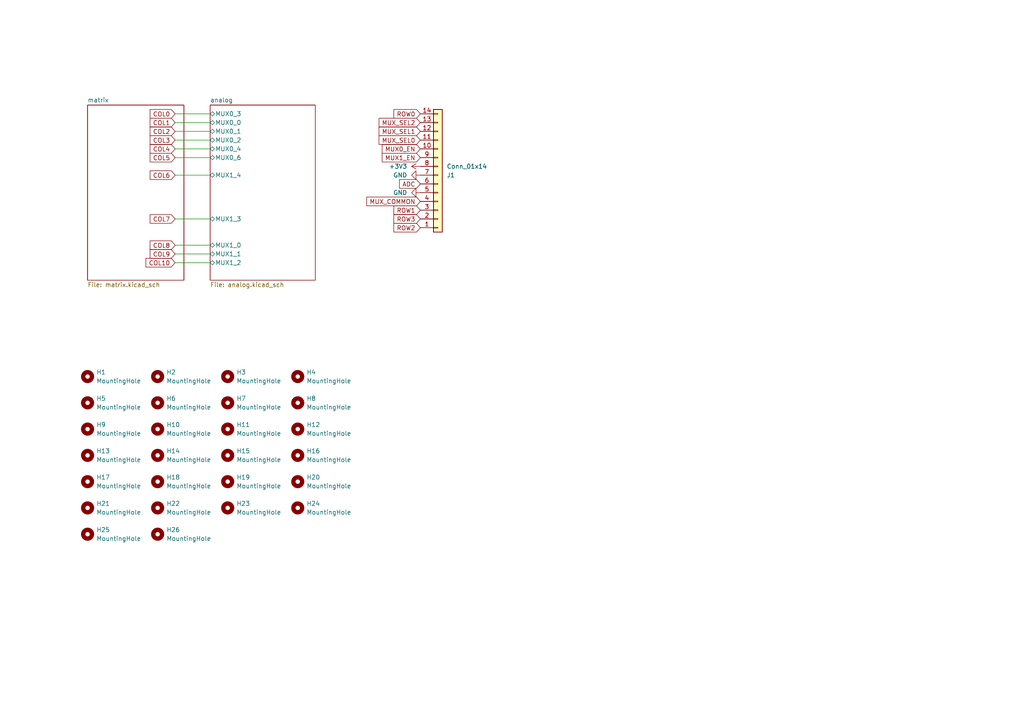
<source format=kicad_sch>
(kicad_sch (version 20230121) (generator eeschema)
  (paper "A4")
  (lib_symbols
    (symbol "Connector_Generic:Conn_01x14" (pin_names (offset 1.016) hide)
      (property "Reference" "J" (at 0 17.78 0))
      (property "Value" "Conn_01x14" (at 0 -20.32 0))
      (symbol "Conn_01x14_1_1"
        (rectangle (start -1.27 -17.653) (end 0 -17.907) (stroke (width 0.1524)))
        (rectangle (start -1.27 -15.113) (end 0 -15.367) (stroke (width 0.1524)))
        (rectangle (start -1.27 -12.573) (end 0 -12.827) (stroke (width 0.1524)))
        (rectangle (start -1.27 -10.033) (end 0 -10.287) (stroke (width 0.1524)))
        (rectangle (start -1.27 -7.493) (end 0 -7.747) (stroke (width 0.1524)))
        (rectangle (start -1.27 -4.953) (end 0 -5.207) (stroke (width 0.1524)))
        (rectangle (start -1.27 -2.413) (end 0 -2.667) (stroke (width 0.1524)))
        (rectangle (start -1.27 0.127) (end 0 -0.127) (stroke (width 0.1524)))
        (rectangle (start -1.27 2.667) (end 0 2.413) (stroke (width 0.1524)))
        (rectangle (start -1.27 5.207) (end 0 4.953) (stroke (width 0.1524)))
        (rectangle (start -1.27 7.747) (end 0 7.493) (stroke (width 0.1524)))
        (rectangle (start -1.27 10.287) (end 0 10.033) (stroke (width 0.1524)))
        (rectangle (start -1.27 12.827) (end 0 12.573) (stroke (width 0.1524)))
        (rectangle (start -1.27 15.367) (end 0 15.113) (stroke (width 0.1524)))
        (rectangle (start -1.27 16.51) (end 1.27 -19.05) (stroke (width 0.254)) (fill (type background)))
        (pin passive line (at -5.08 15.24 0) (length 3.81) (name "Pin_1") (number "1"))
        (pin passive line (at -5.08 -7.62 0) (length 3.81) (name "Pin_10") (number "10"))
        (pin passive line (at -5.08 -10.16 0) (length 3.81) (name "Pin_11") (number "11"))
        (pin passive line (at -5.08 -12.7 0) (length 3.81) (name "Pin_12") (number "12"))
        (pin passive line (at -5.08 -15.24 0) (length 3.81) (name "Pin_13") (number "13"))
        (pin passive line (at -5.08 -17.78 0) (length 3.81) (name "Pin_14") (number "14"))
        (pin passive line (at -5.08 12.7 0) (length 3.81) (name "Pin_2") (number "2"))
        (pin passive line (at -5.08 10.16 0) (length 3.81) (name "Pin_3") (number "3"))
        (pin passive line (at -5.08 7.62 0) (length 3.81) (name "Pin_4") (number "4"))
        (pin passive line (at -5.08 5.08 0) (length 3.81) (name "Pin_5") (number "5"))
        (pin passive line (at -5.08 2.54 0) (length 3.81) (name "Pin_6") (number "6"))
        (pin passive line (at -5.08 0 0) (length 3.81) (name "Pin_7") (number "7"))
        (pin passive line (at -5.08 -2.54 0) (length 3.81) (name "Pin_8") (number "8"))
        (pin passive line (at -5.08 -5.08 0) (length 3.81) (name "Pin_9") (number "9"))
      )
    )
    (symbol "Mechanical:MountingHole" (pin_names (offset 1.016))
      (property "Reference" "H" (at 0 5.08 0))
      (property "Value" "MountingHole" (at 0 3.175 0))
      (symbol "MountingHole_0_1"
        (circle (center 0 0) (radius 1.27) (stroke (width 1.27)))
      )
    )
    (symbol "power:+3V3" (power) (pin_names (offset 0))
      (property "Value" "+3V3" (at 0 3.556 0))
      (symbol "+3V3_0_1"
        (polyline (pts (xy -0.762 1.27) (xy 0 2.54)))
        (polyline (pts (xy 0 0) (xy 0 2.54)))
        (polyline (pts (xy 0 2.54) (xy 0.762 1.27)))
      )
      (symbol "+3V3_1_1"
        (pin power_in line (at 0 0 90) (length 0) hide (name "+3V3") (number "1"))
      )
    )
    (symbol "power:GND" (power) (pin_names (offset 0))
      (property "Value" "GND" (at 0 -3.81 0))
      (symbol "GND_0_1"
        (polyline (pts (xy 0 0) (xy 0 -1.27) (xy 1.27 -1.27) (xy 0 -2.54) (xy -1.27 -1.27) (xy 0 -1.27)))
      )
      (symbol "GND_1_1"
        (pin power_in line (at 0 0 270) (length 0) hide (name "GND") (number "1"))
      )
    )
  )
  (wire (pts (xy 50.8 76.2) (xy 60.96 76.2)))
  (wire (pts (xy 50.8 38.1) (xy 60.96 38.1)))
  (wire (pts (xy 50.8 35.56) (xy 60.96 35.56)))
  (wire (pts (xy 50.8 73.66) (xy 60.96 73.66)))
  (wire (pts (xy 50.8 63.5) (xy 60.96 63.5)))
  (wire (pts (xy 50.8 45.72) (xy 60.96 45.72)))
  (wire (pts (xy 50.8 71.12) (xy 60.96 71.12)))
  (wire (pts (xy 50.8 40.64) (xy 60.96 40.64)))
  (wire (pts (xy 50.8 50.8) (xy 60.96 50.8)))
  (wire (pts (xy 50.8 43.18) (xy 60.96 43.18)))
  (wire (pts (xy 50.8 33.02) (xy 60.96 33.02)))
  (global_label "ADC" (shape input) (at 121.92 53.34 180) (property "Intersheetrefs" "${INTERSHEET_REFS}" (effects hide)))
  (global_label "ROW2" (shape input) (at 121.92 66.04 180) (property "Intersheetrefs" "${INTERSHEET_REFS}" (effects hide)))
  (global_label "COL1" (shape input) (at 50.8 35.56 180) (property "Intersheetrefs" "${INTERSHEET_REFS}" (effects hide)))
  (global_label "MUX_SEL1" (shape input) (at 121.92 38.1 180) (property "Intersheetrefs" "${INTERSHEET_REFS}" (effects hide)))
  (global_label "COL2" (shape input) (at 50.8 38.1 180) (property "Intersheetrefs" "${INTERSHEET_REFS}" (effects hide)))
  (global_label "COL6" (shape input) (at 50.8 50.8 180) (property "Intersheetrefs" "${INTERSHEET_REFS}" (effects hide)))
  (global_label "COL5" (shape input) (at 50.8 45.72 180) (property "Intersheetrefs" "${INTERSHEET_REFS}" (effects hide)))
  (global_label "ROW1" (shape input) (at 121.92 60.96 180) (property "Intersheetrefs" "${INTERSHEET_REFS}" (effects hide)))
  (global_label "MUX0_EN" (shape input) (at 121.92 43.18 180) (property "Intersheetrefs" "${INTERSHEET_REFS}" (effects hide)))
  (global_label "ROW0" (shape input) (at 121.92 33.02 180) (property "Intersheetrefs" "${INTERSHEET_REFS}" (effects hide)))
  (global_label "MUX_SEL2" (shape input) (at 121.92 35.56 180) (property "Intersheetrefs" "${INTERSHEET_REFS}" (effects hide)))
  (global_label "COL0" (shape input) (at 50.8 33.02 180) (property "Intersheetrefs" "${INTERSHEET_REFS}" (effects hide)))
  (global_label "MUX_COMMON" (shape input) (at 121.92 58.42 180) (property "Intersheetrefs" "${INTERSHEET_REFS}" (effects hide)))
  (global_label "COL3" (shape input) (at 50.8 40.64 180) (property "Intersheetrefs" "${INTERSHEET_REFS}" (effects hide)))
  (global_label "COL4" (shape input) (at 50.8 43.18 180) (property "Intersheetrefs" "${INTERSHEET_REFS}" (effects hide)))
  (global_label "MUX1_EN" (shape input) (at 121.92 45.72 180) (property "Intersheetrefs" "${INTERSHEET_REFS}" (effects hide)))
  (global_label "COL10" (shape input) (at 50.8 76.2 180) (property "Intersheetrefs" "${INTERSHEET_REFS}" (effects hide)))
  (global_label "COL8" (shape input) (at 50.8 71.12 180) (property "Intersheetrefs" "${INTERSHEET_REFS}" (effects hide)))
  (global_label "MUX_SEL0" (shape input) (at 121.92 40.64 180) (property "Intersheetrefs" "${INTERSHEET_REFS}" (effects hide)))
  (global_label "ROW3" (shape input) (at 121.92 63.5 180) (property "Intersheetrefs" "${INTERSHEET_REFS}" (effects hide)))
  (global_label "COL9" (shape input) (at 50.8 73.66 180) (property "Intersheetrefs" "${INTERSHEET_REFS}" (effects hide)))
  (global_label "COL7" (shape input) (at 50.8 63.5 180) (property "Intersheetrefs" "${INTERSHEET_REFS}" (effects hide)))
  (symbol (lib_id "Mechanical:MountingHole") (at 86.36 109.22 0) (unit 1)
    (property "Reference" "H4" (at 88.9 107.95 0) (effects (justify left)))
    (property "Value" "MountingHole" (at 88.9 110.49 0) (effects (justify left)))
    (property "Footprint" "capacitive_sensors:MountingHole_2.2mm_M2" (effects hide))
  )
  (symbol (lib_id "Mechanical:MountingHole") (at 86.36 116.84 0) (unit 1)
    (property "Reference" "H8" (at 88.9 115.57 0) (effects (justify left)))
    (property "Value" "MountingHole" (at 88.9 118.11 0) (effects (justify left)))
    (property "Footprint" "capacitive_sensors:MountingHole_2.2mm_M2" (effects hide))
  )
  (symbol (lib_id "Mechanical:MountingHole") (at 25.4 116.84 0) (unit 1)
    (property "Reference" "H5" (at 27.94 115.57 0) (effects (justify left)))
    (property "Value" "MountingHole" (at 27.94 118.11 0) (effects (justify left)))
    (property "Footprint" "capacitive_sensors:MountingHole_2.2mm_M2" (effects hide))
  )
  (symbol (lib_id "Mechanical:MountingHole") (at 66.04 109.22 0) (unit 1)
    (property "Reference" "H3" (at 68.58 107.95 0) (effects (justify left)))
    (property "Value" "MountingHole" (at 68.58 110.49 0) (effects (justify left)))
    (property "Footprint" "capacitive_sensors:MountingHole_2.2mm_M2" (effects hide))
  )
  (symbol (lib_id "Mechanical:MountingHole") (at 86.36 139.7 0) (unit 1)
    (property "Reference" "H20" (at 88.9 138.43 0) (effects (justify left)))
    (property "Value" "MountingHole" (at 88.9 140.97 0) (effects (justify left)))
    (property "Footprint" "capacitive_sensors:MountingHole_2.2mm_M2" (effects hide))
  )
  (symbol (lib_id "Mechanical:MountingHole") (at 45.72 139.7 0) (unit 1)
    (property "Reference" "H18" (at 48.26 138.43 0) (effects (justify left)))
    (property "Value" "MountingHole" (at 48.26 140.97 0) (effects (justify left)))
    (property "Footprint" "capacitive_sensors:MountingHole_2.2mm_M2" (effects hide))
  )
  (symbol (lib_id "Mechanical:MountingHole") (at 86.36 132.08 0) (unit 1)
    (property "Reference" "H16" (at 88.9 130.81 0) (effects (justify left)))
    (property "Value" "MountingHole" (at 88.9 133.35 0) (effects (justify left)))
    (property "Footprint" "capacitive_sensors:MountingHole_2.2mm_M2" (effects hide))
  )
  (symbol (lib_id "Mechanical:MountingHole") (at 45.72 124.46 0) (unit 1)
    (property "Reference" "H10" (at 48.26 123.19 0) (effects (justify left)))
    (property "Value" "MountingHole" (at 48.26 125.73 0) (effects (justify left)))
    (property "Footprint" "capacitive_sensors:MountingHole_2.2mm_M2" (effects hide))
  )
  (symbol (lib_id "Mechanical:MountingHole") (at 25.4 132.08 0) (unit 1)
    (property "Reference" "H13" (at 27.94 130.81 0) (effects (justify left)))
    (property "Value" "MountingHole" (at 27.94 133.35 0) (effects (justify left)))
    (property "Footprint" "capacitive_sensors:MountingHole_2.2mm_M2" (effects hide))
  )
  (symbol (lib_id "Mechanical:MountingHole") (at 66.04 116.84 0) (unit 1)
    (property "Reference" "H7" (at 68.58 115.57 0) (effects (justify left)))
    (property "Value" "MountingHole" (at 68.58 118.11 0) (effects (justify left)))
    (property "Footprint" "capacitive_sensors:MountingHole_2.2mm_M2" (effects hide))
  )
  (symbol (lib_id "Mechanical:MountingHole") (at 86.36 124.46 0) (unit 1)
    (property "Reference" "H12" (at 88.9 123.19 0) (effects (justify left)))
    (property "Value" "MountingHole" (at 88.9 125.73 0) (effects (justify left)))
    (property "Footprint" "capacitive_sensors:MountingHole_2.2mm_M2" (effects hide))
  )
  (symbol (lib_id "Mechanical:MountingHole") (at 45.72 132.08 0) (unit 1)
    (property "Reference" "H14" (at 48.26 130.81 0) (effects (justify left)))
    (property "Value" "MountingHole" (at 48.26 133.35 0) (effects (justify left)))
    (property "Footprint" "capacitive_sensors:MountingHole_2.2mm_M2" (effects hide))
  )
  (symbol (lib_id "power:GND") (at 121.92 50.8 270) (unit 1)
    (property "Reference" "#PWR018" (effects hide))
    (property "Value" "GND" (at 118.11 50.8 90) (effects (justify right)))
  )
  (symbol (lib_id "Mechanical:MountingHole") (at 66.04 124.46 0) (unit 1)
    (property "Reference" "H11" (at 68.58 123.19 0) (effects (justify left)))
    (property "Value" "MountingHole" (at 68.58 125.73 0) (effects (justify left)))
    (property "Footprint" "capacitive_sensors:MountingHole_2.2mm_M2" (effects hide))
  )
  (symbol (lib_id "power:GND") (at 121.92 55.88 270) (unit 1)
    (property "Reference" "#PWR019" (effects hide))
    (property "Value" "GND" (at 118.11 55.88 90) (effects (justify right)))
  )
  (symbol (lib_id "Mechanical:MountingHole") (at 25.4 139.7 0) (unit 1)
    (property "Reference" "H17" (at 27.94 138.43 0) (effects (justify left)))
    (property "Value" "MountingHole" (at 27.94 140.97 0) (effects (justify left)))
    (property "Footprint" "capacitive_sensors:MountingHole_2.2mm_M2" (effects hide))
  )
  (symbol (lib_id "power:+3V3") (at 121.92 48.26 90) (unit 1)
    (property "Reference" "#PWR017" (effects hide))
    (property "Value" "+3V3" (at 118.11 48.26 90) (effects (justify left)))
  )
  (symbol (lib_id "Mechanical:MountingHole") (at 86.36 147.32 0) (unit 1)
    (property "Reference" "H24" (at 88.9 146.05 0) (effects (justify left)))
    (property "Value" "MountingHole" (at 88.9 148.59 0) (effects (justify left)))
    (property "Footprint" "capacitive_sensors:MountingHole_2.2mm_M2" (effects hide))
  )
  (symbol (lib_id "Mechanical:MountingHole") (at 25.4 147.32 0) (unit 1)
    (property "Reference" "H21" (at 27.94 146.05 0) (effects (justify left)))
    (property "Value" "MountingHole" (at 27.94 148.59 0) (effects (justify left)))
    (property "Footprint" "capacitive_sensors:MountingHole_2.2mm_M2" (effects hide))
  )
  (symbol (lib_id "Mechanical:MountingHole") (at 25.4 124.46 0) (unit 1)
    (property "Reference" "H9" (at 27.94 123.19 0) (effects (justify left)))
    (property "Value" "MountingHole" (at 27.94 125.73 0) (effects (justify left)))
    (property "Footprint" "capacitive_sensors:MountingHole_2.2mm_M2" (effects hide))
  )
  (symbol (lib_id "Mechanical:MountingHole") (at 45.72 109.22 0) (unit 1)
    (property "Reference" "H2" (at 48.26 107.95 0) (effects (justify left)))
    (property "Value" "MountingHole" (at 48.26 110.49 0) (effects (justify left)))
    (property "Footprint" "capacitive_sensors:MountingHole_2.2mm_M2" (effects hide))
  )
  (symbol (lib_id "Mechanical:MountingHole") (at 45.72 116.84 0) (unit 1)
    (property "Reference" "H6" (at 48.26 115.57 0) (effects (justify left)))
    (property "Value" "MountingHole" (at 48.26 118.11 0) (effects (justify left)))
    (property "Footprint" "capacitive_sensors:MountingHole_2.2mm_M2" (effects hide))
  )
  (symbol (lib_id "Mechanical:MountingHole") (at 45.72 154.94 0) (unit 1)
    (property "Reference" "H26" (at 48.26 153.67 0) (effects (justify left)))
    (property "Value" "MountingHole" (at 48.26 156.21 0) (effects (justify left)))
    (property "Footprint" "capacitive_sensors:MountingHole_2.2mm_M2" (effects hide))
  )
  (symbol (lib_id "Connector_Generic:Conn_01x14") (at 127 50.8 0) (mirror x) (unit 1)
    (property "Reference" "J1" (at 129.54 50.8 0) (effects (justify left)))
    (property "Value" "Conn_01x14" (at 129.54 48.26 0) (effects (justify left)))
    (property "Footprint" "Connector_FFC-FPC:Hirose_FH12-14S-0.5SH_1x14-1MP_P0.50mm_Horizontal" (effects hide))
  )
  (symbol (lib_id "Mechanical:MountingHole") (at 25.4 154.94 0) (unit 1)
    (property "Reference" "H25" (at 27.94 153.67 0) (effects (justify left)))
    (property "Value" "MountingHole" (at 27.94 156.21 0) (effects (justify left)))
    (property "Footprint" "capacitive_sensors:MountingHole_2.2mm_M2" (effects hide))
  )
  (symbol (lib_id "Mechanical:MountingHole") (at 66.04 132.08 0) (unit 1)
    (property "Reference" "H15" (at 68.58 130.81 0) (effects (justify left)))
    (property "Value" "MountingHole" (at 68.58 133.35 0) (effects (justify left)))
    (property "Footprint" "capacitive_sensors:MountingHole_2.2mm_M2" (effects hide))
  )
  (symbol (lib_id "Mechanical:MountingHole") (at 25.4 109.22 0) (unit 1)
    (property "Reference" "H1" (at 27.94 107.95 0) (effects (justify left)))
    (property "Value" "MountingHole" (at 27.94 110.49 0) (effects (justify left)))
    (property "Footprint" "capacitive_sensors:MountingHole_2.2mm_M2" (effects hide))
  )
  (symbol (lib_id "Mechanical:MountingHole") (at 66.04 139.7 0) (unit 1)
    (property "Reference" "H19" (at 68.58 138.43 0) (effects (justify left)))
    (property "Value" "MountingHole" (at 68.58 140.97 0) (effects (justify left)))
    (property "Footprint" "capacitive_sensors:MountingHole_2.2mm_M2" (effects hide))
  )
  (symbol (lib_id "Mechanical:MountingHole") (at 66.04 147.32 0) (unit 1)
    (property "Reference" "H23" (at 68.58 146.05 0) (effects (justify left)))
    (property "Value" "MountingHole" (at 68.58 148.59 0) (effects (justify left)))
    (property "Footprint" "capacitive_sensors:MountingHole_2.2mm_M2" (effects hide))
  )
  (symbol (lib_id "Mechanical:MountingHole") (at 45.72 147.32 0) (unit 1)
    (property "Reference" "H22" (at 48.26 146.05 0) (effects (justify left)))
    (property "Value" "MountingHole" (at 48.26 148.59 0) (effects (justify left)))
    (property "Footprint" "capacitive_sensors:MountingHole_2.2mm_M2" (effects hide))
  )
  (sheet (at 25.4 30.48) (size 27.94 50.8) (stroke (width 0.1524))
    (property "Sheetname" "matrix" (at 25.4 29.7684 0) (effects (justify left bottom)))
    (property "Sheetfile" "matrix.kicad_sch" (at 25.4 81.8646 0) (effects (justify left top)))
  )
  (sheet (at 60.96 30.48) (size 30.48 50.8) (stroke (width 0.1524))
    (property "Sheetname" "analog" (at 60.96 29.7684 0) (effects (justify left bottom)))
    (property "Sheetfile" "analog.kicad_sch" (at 60.96 81.8646 0) (effects (justify left top)))
    (pin "MUX0_2" bidirectional (at 60.96 40.64 180))
    (pin "MUX0_3" bidirectional (at 60.96 33.02 180))
    (pin "MUX0_4" bidirectional (at 60.96 43.18 180))
    (pin "MUX0_1" bidirectional (at 60.96 38.1 180))
    (pin "MUX0_0" bidirectional (at 60.96 35.56 180))
    (pin "MUX0_6" bidirectional (at 60.96 45.72 180))
    (pin "MUX1_1" bidirectional (at 60.96 73.66 180))
    (pin "MUX1_0" bidirectional (at 60.96 71.12 180))
    (pin "MUX1_4" bidirectional (at 60.96 50.8 180))
    (pin "MUX1_2" bidirectional (at 60.96 76.2 180))
    (pin "MUX1_3" bidirectional (at 60.96 63.5 180))
  )
)
</source>
